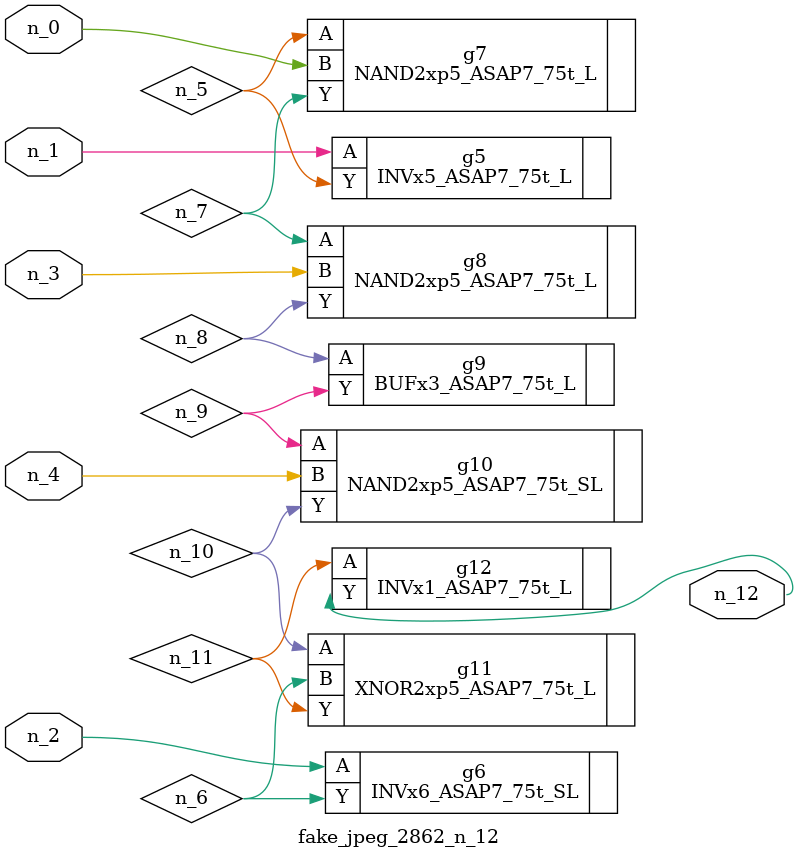
<source format=v>
module fake_jpeg_2862_n_12 (n_3, n_2, n_1, n_0, n_4, n_12);

input n_3;
input n_2;
input n_1;
input n_0;
input n_4;

output n_12;

wire n_11;
wire n_10;
wire n_8;
wire n_9;
wire n_6;
wire n_5;
wire n_7;

INVx5_ASAP7_75t_L g5 ( 
.A(n_1),
.Y(n_5)
);

INVx6_ASAP7_75t_SL g6 ( 
.A(n_2),
.Y(n_6)
);

NAND2xp5_ASAP7_75t_L g7 ( 
.A(n_5),
.B(n_0),
.Y(n_7)
);

NAND2xp5_ASAP7_75t_L g8 ( 
.A(n_7),
.B(n_3),
.Y(n_8)
);

BUFx3_ASAP7_75t_L g9 ( 
.A(n_8),
.Y(n_9)
);

NAND2xp5_ASAP7_75t_SL g10 ( 
.A(n_9),
.B(n_4),
.Y(n_10)
);

XNOR2xp5_ASAP7_75t_L g11 ( 
.A(n_10),
.B(n_6),
.Y(n_11)
);

INVx1_ASAP7_75t_L g12 ( 
.A(n_11),
.Y(n_12)
);


endmodule
</source>
